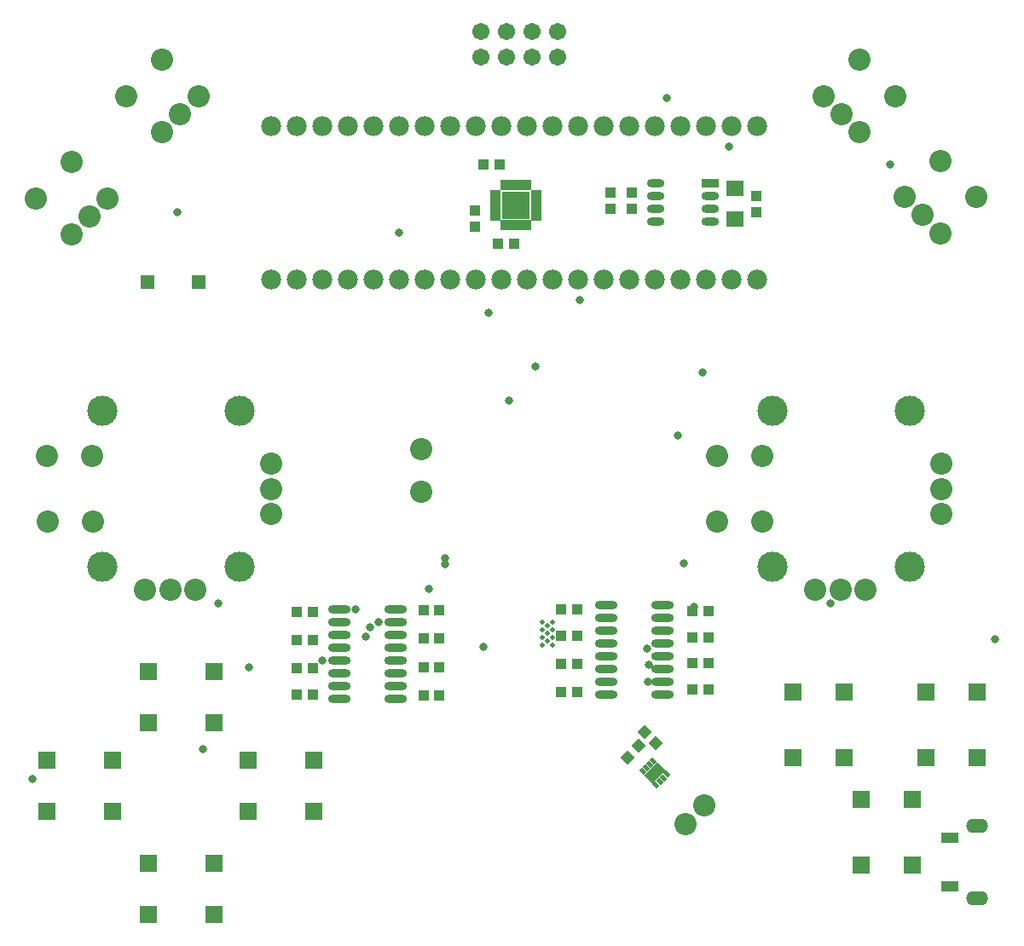
<source format=gbs>
G04 Layer_Color=16711935*
%FSLAX25Y25*%
%MOIN*%
G70*
G01*
G75*
%ADD85R,0.03950X0.03950*%
%ADD86R,0.03950X0.03950*%
%ADD87R,0.07099X0.06312*%
%ADD98O,0.08800X0.03200*%
%ADD99R,0.07000X0.07000*%
%ADD100C,0.07800*%
%ADD101C,0.06706*%
%ADD102C,0.01981*%
%ADD103C,0.08674*%
%ADD104O,0.08674X0.05524*%
%ADD105R,0.06706X0.03950*%
%ADD106R,0.07000X0.07000*%
%ADD107C,0.11824*%
%ADD108R,0.05524X0.05524*%
%ADD109C,0.03200*%
%ADD110P,0.05586X4X180.0*%
%ADD111P,0.05586X4X90.0*%
G04:AMPARAMS|DCode=112|XSize=27.68mil|YSize=17.84mil|CornerRadius=0mil|HoleSize=0mil|Usage=FLASHONLY|Rotation=135.000|XOffset=0mil|YOffset=0mil|HoleType=Round|Shape=Rectangle|*
%AMROTATEDRECTD112*
4,1,4,0.01610,-0.00348,0.00348,-0.01610,-0.01610,0.00348,-0.00348,0.01610,0.01610,-0.00348,0.0*
%
%ADD112ROTATEDRECTD112*%

G04:AMPARAMS|DCode=113|XSize=43.43mil|YSize=70.99mil|CornerRadius=0mil|HoleSize=0mil|Usage=FLASHONLY|Rotation=135.000|XOffset=0mil|YOffset=0mil|HoleType=Round|Shape=Rectangle|*
%AMROTATEDRECTD113*
4,1,4,0.04046,0.00974,-0.00974,-0.04046,-0.04046,-0.00974,0.00974,0.04046,0.04046,0.00974,0.0*
%
%ADD113ROTATEDRECTD113*%

%ADD114R,0.01981X0.03950*%
%ADD115R,0.03950X0.01981*%
%ADD116R,0.11036X0.11036*%
%ADD117R,0.06900X0.03200*%
%ADD118O,0.06900X0.03200*%
D85*
X944700Y413650D02*
D03*
Y419950D02*
D03*
X834600Y414300D02*
D03*
Y408001D02*
D03*
X896100Y421450D02*
D03*
Y415150D02*
D03*
X887700Y421450D02*
D03*
Y415150D02*
D03*
D86*
X849950Y401200D02*
D03*
X843650D02*
D03*
X844299Y432400D02*
D03*
X838000D02*
D03*
X874650Y258500D02*
D03*
X868350D02*
D03*
X874650Y248000D02*
D03*
X868350D02*
D03*
X874650Y237000D02*
D03*
X868350D02*
D03*
X874650Y226000D02*
D03*
X868350D02*
D03*
X919732Y257643D02*
D03*
X926031D02*
D03*
X919732Y247429D02*
D03*
X926031D02*
D03*
X919732Y237214D02*
D03*
X926031D02*
D03*
X919732Y227000D02*
D03*
X926031D02*
D03*
X814500Y235786D02*
D03*
X820799D02*
D03*
X814500Y257929D02*
D03*
X820799D02*
D03*
X814500Y246857D02*
D03*
X820799D02*
D03*
X814500Y224714D02*
D03*
X820799D02*
D03*
X771299Y257500D02*
D03*
X765000D02*
D03*
X771299Y246500D02*
D03*
X765000D02*
D03*
X771299Y235500D02*
D03*
X765000D02*
D03*
X771299Y225000D02*
D03*
X765000D02*
D03*
D87*
X936400Y422906D02*
D03*
Y411094D02*
D03*
D98*
X886000Y225000D02*
D03*
Y230000D02*
D03*
Y235000D02*
D03*
Y240000D02*
D03*
X908000Y225000D02*
D03*
Y235000D02*
D03*
Y240000D02*
D03*
Y230000D02*
D03*
X886000Y245000D02*
D03*
Y250000D02*
D03*
Y255000D02*
D03*
Y260000D02*
D03*
X908000Y245000D02*
D03*
Y255000D02*
D03*
Y260000D02*
D03*
Y250000D02*
D03*
X781500Y223500D02*
D03*
Y228500D02*
D03*
Y233500D02*
D03*
Y238500D02*
D03*
X803500Y223500D02*
D03*
Y233500D02*
D03*
Y238500D02*
D03*
Y228500D02*
D03*
X781500Y243500D02*
D03*
Y248500D02*
D03*
Y253500D02*
D03*
Y258500D02*
D03*
X803500Y243500D02*
D03*
Y253500D02*
D03*
Y258500D02*
D03*
Y248500D02*
D03*
D99*
X985800Y158509D02*
D03*
Y184100D02*
D03*
X1005800Y158509D02*
D03*
Y184100D02*
D03*
X958900Y200409D02*
D03*
Y226000D02*
D03*
X978900Y200409D02*
D03*
Y226000D02*
D03*
X1011000Y200409D02*
D03*
Y226000D02*
D03*
X1031000Y200409D02*
D03*
Y226000D02*
D03*
D100*
X945000Y387500D02*
D03*
X935000D02*
D03*
X925000D02*
D03*
X755000Y447500D02*
D03*
X765000D02*
D03*
X775000D02*
D03*
X915000Y387500D02*
D03*
X905000D02*
D03*
X895000D02*
D03*
X885000D02*
D03*
X875000D02*
D03*
X865000D02*
D03*
X855000D02*
D03*
X845000D02*
D03*
X835000D02*
D03*
X825000D02*
D03*
X815000D02*
D03*
X805000D02*
D03*
X795000D02*
D03*
X785000D02*
D03*
X775000D02*
D03*
X765000D02*
D03*
X755000D02*
D03*
X785000Y447500D02*
D03*
X795000D02*
D03*
X805000D02*
D03*
X815000D02*
D03*
X825000D02*
D03*
X835000D02*
D03*
X845000D02*
D03*
X855000D02*
D03*
X865000D02*
D03*
X875000D02*
D03*
X885000D02*
D03*
X895000D02*
D03*
X905000D02*
D03*
X915000D02*
D03*
X925000D02*
D03*
X935000D02*
D03*
X945000D02*
D03*
D101*
X837000Y474500D02*
D03*
Y484500D02*
D03*
X847000Y474500D02*
D03*
Y484500D02*
D03*
X857000Y474500D02*
D03*
Y484500D02*
D03*
X867000Y474500D02*
D03*
Y484500D02*
D03*
D102*
X863000Y252000D02*
D03*
Y249000D02*
D03*
X865000Y253500D02*
D03*
X861000D02*
D03*
Y250500D02*
D03*
X865000D02*
D03*
X861000Y244500D02*
D03*
X865000D02*
D03*
X863000Y246000D02*
D03*
X861000Y247500D02*
D03*
X865000D02*
D03*
D103*
X917055Y174353D02*
D03*
X924409Y181707D02*
D03*
X813500Y321000D02*
D03*
Y304500D02*
D03*
X691139Y419139D02*
D03*
X684000Y412000D02*
D03*
X676997Y404997D02*
D03*
X662855Y419139D02*
D03*
X676997Y433281D02*
D03*
X712429Y473284D02*
D03*
X698287Y459142D02*
D03*
X712429Y445000D02*
D03*
X719432Y452003D02*
D03*
X726571Y459142D02*
D03*
X985000Y445000D02*
D03*
X977861Y452139D02*
D03*
X970858Y459142D02*
D03*
X985000Y473284D02*
D03*
X999142Y459142D02*
D03*
X1016870Y305500D02*
D03*
Y315343D02*
D03*
Y295657D02*
D03*
X987343Y266130D02*
D03*
X967657D02*
D03*
X977500D02*
D03*
X929200Y318400D02*
D03*
X946917D02*
D03*
X947100Y292609D02*
D03*
X929383D02*
D03*
X755000Y305500D02*
D03*
Y315343D02*
D03*
Y295657D02*
D03*
X725472Y266130D02*
D03*
X705787D02*
D03*
X715630D02*
D03*
X667330Y318400D02*
D03*
X685046D02*
D03*
X685230Y292609D02*
D03*
X667513D02*
D03*
X1030781Y419571D02*
D03*
X1016639Y433713D02*
D03*
X1002497Y419571D02*
D03*
X1009500Y412568D02*
D03*
X1016639Y405429D02*
D03*
D104*
X1030827Y173772D02*
D03*
Y145228D02*
D03*
D105*
X1020394Y169047D02*
D03*
Y149953D02*
D03*
D106*
X693000Y179500D02*
D03*
X667409D02*
D03*
X693000Y199500D02*
D03*
X667409D02*
D03*
X732591Y214000D02*
D03*
X707000D02*
D03*
X732591Y234000D02*
D03*
X707000D02*
D03*
X771500Y179500D02*
D03*
X745909D02*
D03*
X771500Y199500D02*
D03*
X745909D02*
D03*
X732591Y139000D02*
D03*
X707000D02*
D03*
X732591Y159000D02*
D03*
X707000D02*
D03*
D107*
X951000Y336024D02*
D03*
X1004500D02*
D03*
X951000Y275000D02*
D03*
X1004500D02*
D03*
X689130Y336024D02*
D03*
X742630D02*
D03*
X689130Y275000D02*
D03*
X742630D02*
D03*
D108*
X706500Y386500D02*
D03*
X726500D02*
D03*
D109*
X746280Y235840D02*
D03*
X920300Y259200D02*
D03*
X774900Y238500D02*
D03*
X823000Y278300D02*
D03*
X791900Y247600D02*
D03*
X823000Y276000D02*
D03*
X973500Y260700D02*
D03*
X916400Y276400D02*
D03*
X914000Y326300D02*
D03*
X909500Y458500D02*
D03*
X997000Y432500D02*
D03*
X840000Y374500D02*
D03*
X848000Y340100D02*
D03*
X934000Y439200D02*
D03*
X805000Y405800D02*
D03*
X858300Y353200D02*
D03*
X875800Y379300D02*
D03*
X816600Y266500D02*
D03*
X793500Y251500D02*
D03*
X1038100Y246700D02*
D03*
X923500Y351100D02*
D03*
X718260Y413700D02*
D03*
X728300Y203800D02*
D03*
X902600Y236600D02*
D03*
X837900Y243800D02*
D03*
X788000Y258500D02*
D03*
X797000Y253500D02*
D03*
X734200Y260800D02*
D03*
X902000Y243100D02*
D03*
X902300Y229900D02*
D03*
X661500Y192000D02*
D03*
D110*
X905427Y205973D02*
D03*
X900973Y210427D02*
D03*
D111*
X894322Y200410D02*
D03*
X898776Y204864D02*
D03*
D112*
X909625Y193878D02*
D03*
X908233Y192486D02*
D03*
X906841Y191094D02*
D03*
X905449Y189702D02*
D03*
X900160Y194991D02*
D03*
X901552Y196383D02*
D03*
X902944Y197775D02*
D03*
X904336Y199167D02*
D03*
D113*
X904893Y194435D02*
D03*
D114*
X845753Y424295D02*
D03*
X847721D02*
D03*
X853627D02*
D03*
X855595D02*
D03*
X853627Y408547D02*
D03*
X855595D02*
D03*
X851658D02*
D03*
Y424295D02*
D03*
X849690Y408547D02*
D03*
Y424295D02*
D03*
X845753Y408547D02*
D03*
X847721D02*
D03*
D115*
X858548Y413469D02*
D03*
X842800Y411500D02*
D03*
Y413469D02*
D03*
Y415437D02*
D03*
X858548Y421343D02*
D03*
Y419374D02*
D03*
Y417406D02*
D03*
Y415437D02*
D03*
X842800Y419374D02*
D03*
X858548Y411500D02*
D03*
X842800Y417406D02*
D03*
Y421343D02*
D03*
D116*
X850656Y416421D02*
D03*
D117*
X926560Y425100D02*
D03*
D118*
Y420100D02*
D03*
Y415100D02*
D03*
Y410100D02*
D03*
X905300Y425100D02*
D03*
Y420100D02*
D03*
Y415100D02*
D03*
Y410100D02*
D03*
M02*

</source>
